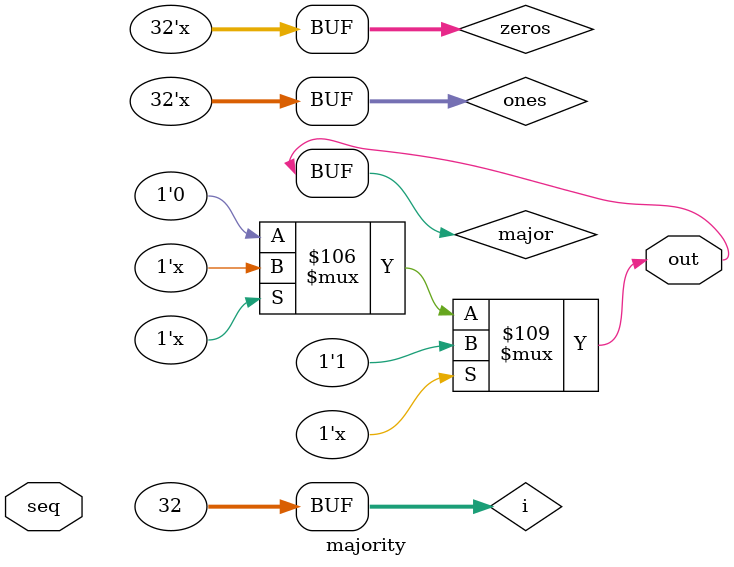
<source format=v>

module majority #(
    parameter N = 32
) (
    input [N-1:0] seq,
    output out
);
  reg major;
  assign out = major;

  integer i;
  integer ones = 0;
  integer zeros = 0;

  always @(*) begin
    for (i = 0; i < N; i = i + 1) begin
      if (seq[i] == 1'b1) begin
        ones = ones + 1;
      end else begin
        zeros = zeros + 1;
      end
    end

    if (ones > zeros) begin
      major = 1'b1;
    end else if (ones < zeros) begin
      major = 1'b0;
    end else begin
      major = 1'b0;
    end
  end

endmodule

</source>
